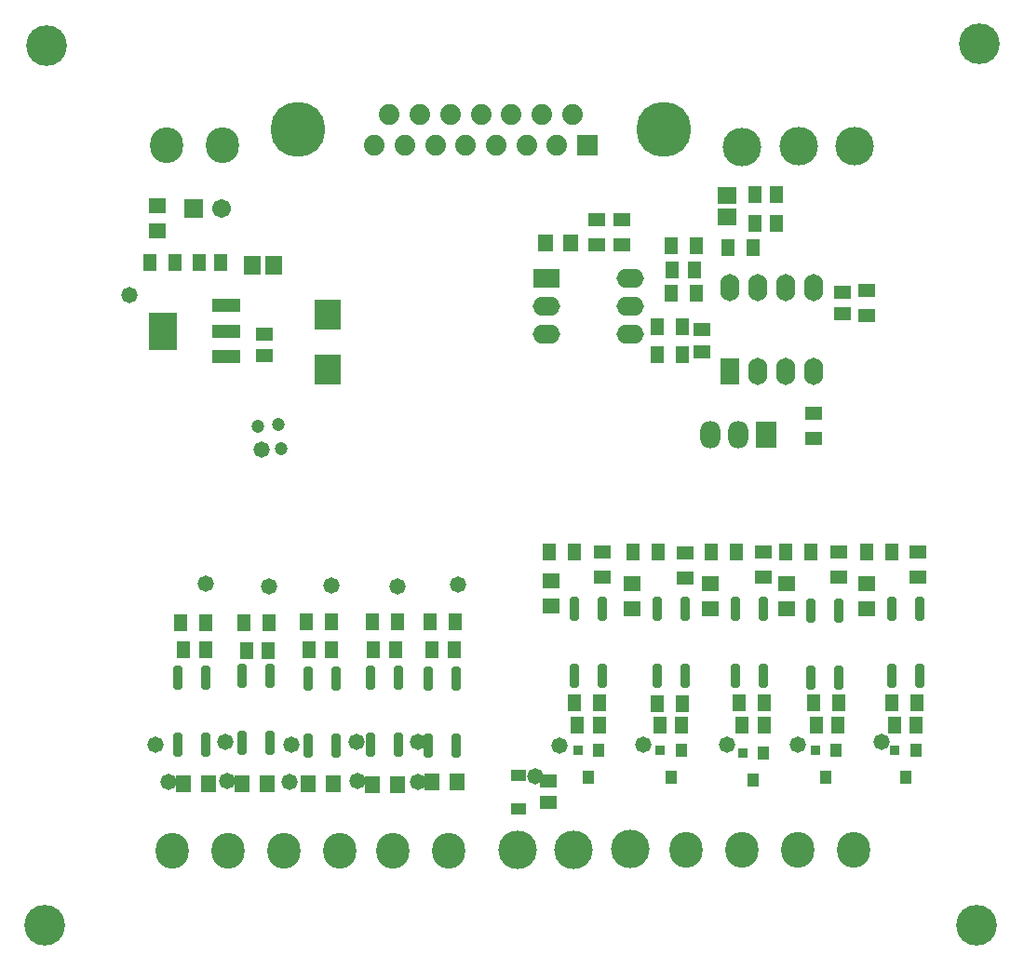
<source format=gts>
G04*
G04 #@! TF.GenerationSoftware,Altium Limited,Altium Designer,20.1.12 (249)*
G04*
G04 Layer_Color=8388736*
%FSTAX24Y24*%
%MOIN*%
G70*
G04*
G04 #@! TF.SameCoordinates,16AA3A95-E13F-4B7F-BF52-5902ACF92DE2*
G04*
G04*
G04 #@! TF.FilePolarity,Negative*
G04*
G01*
G75*
%ADD29R,0.0354X0.0374*%
G04:AMPARAMS|DCode=34|XSize=84mil|YSize=31.2mil|CornerRadius=6.9mil|HoleSize=0mil|Usage=FLASHONLY|Rotation=270.000|XOffset=0mil|YOffset=0mil|HoleType=Round|Shape=RoundedRectangle|*
%AMROUNDEDRECTD34*
21,1,0.0840,0.0174,0,0,270.0*
21,1,0.0702,0.0312,0,0,270.0*
1,1,0.0138,-0.0087,-0.0351*
1,1,0.0138,-0.0087,0.0351*
1,1,0.0138,0.0087,0.0351*
1,1,0.0138,0.0087,-0.0351*
%
%ADD34ROUNDEDRECTD34*%
%ADD35R,0.0630X0.0474*%
%ADD36R,0.0630X0.0580*%
%ADD37R,0.1025X0.1379*%
%ADD38R,0.1025X0.0474*%
%ADD39R,0.0474X0.0630*%
%ADD40R,0.0946X0.1104*%
%ADD41R,0.0630X0.0513*%
%ADD42R,0.0513X0.0630*%
%ADD43R,0.0671X0.0592*%
%ADD44R,0.0434X0.0454*%
%ADD45R,0.0552X0.0434*%
%ADD46R,0.0552X0.0434*%
%ADD47R,0.0580X0.0630*%
%ADD48R,0.0592X0.0671*%
%ADD49C,0.1970*%
%ADD50C,0.0745*%
%ADD51R,0.0745X0.0745*%
%ADD52O,0.1180X0.1280*%
%ADD53C,0.1380*%
%ADD54O,0.0730X0.0980*%
%ADD55R,0.0730X0.0980*%
%ADD56R,0.0680X0.0980*%
%ADD57O,0.0680X0.0980*%
%ADD58O,0.0980X0.0680*%
%ADD59R,0.0980X0.0680*%
%ADD60C,0.0671*%
%ADD61R,0.0671X0.0671*%
%ADD62C,0.1458*%
%ADD63C,0.0580*%
%ADD64C,0.0474*%
D29*
X036876Y024642D02*
D03*
X045276Y024642D02*
D03*
X039826Y024542D02*
D03*
X042426Y024642D02*
D03*
X033926D02*
D03*
D34*
X03775Y027303D02*
D03*
X03675D02*
D03*
Y029697D02*
D03*
X03775D02*
D03*
X04055Y027303D02*
D03*
X03955D02*
D03*
Y029697D02*
D03*
X04055D02*
D03*
X04325Y027253D02*
D03*
X04225D02*
D03*
Y029647D02*
D03*
X04325D02*
D03*
X04615Y027303D02*
D03*
X04515D02*
D03*
Y029697D02*
D03*
X04615D02*
D03*
X0348Y027303D02*
D03*
X0338D02*
D03*
X0338Y029697D02*
D03*
X0348Y029697D02*
D03*
X02855Y027197D02*
D03*
X02955D02*
D03*
Y024803D02*
D03*
X02855D02*
D03*
X0265Y027247D02*
D03*
X0275D02*
D03*
Y024853D02*
D03*
X0265D02*
D03*
X02425Y027197D02*
D03*
X02525D02*
D03*
Y024803D02*
D03*
X02425D02*
D03*
X0219Y027297D02*
D03*
X0229D02*
D03*
Y024903D02*
D03*
X0219D02*
D03*
X0196Y027247D02*
D03*
X0206D02*
D03*
Y024853D02*
D03*
X0196D02*
D03*
D35*
X0355Y04365D02*
D03*
Y04275D02*
D03*
X04425Y0402D02*
D03*
Y0411D02*
D03*
X04235Y0358D02*
D03*
Y0367D02*
D03*
X0348Y03175D02*
D03*
Y03085D02*
D03*
X0461Y03175D02*
D03*
Y03085D02*
D03*
X04325Y03175D02*
D03*
Y03085D02*
D03*
X03775Y0317D02*
D03*
Y0308D02*
D03*
X04055Y03175D02*
D03*
Y03085D02*
D03*
X0346Y04365D02*
D03*
Y04275D02*
D03*
D36*
X01885Y04325D02*
D03*
Y04415D02*
D03*
X04425Y0306D02*
D03*
Y0297D02*
D03*
X0414Y0306D02*
D03*
Y0297D02*
D03*
X03865Y0306D02*
D03*
Y0297D02*
D03*
X03585Y0306D02*
D03*
Y0297D02*
D03*
X03295Y0307D02*
D03*
Y0298D02*
D03*
D37*
X019058Y03965D02*
D03*
D38*
X021342Y040556D02*
D03*
X021342Y03965D02*
D03*
X021342Y038744D02*
D03*
D39*
X0195Y0421D02*
D03*
X0186D02*
D03*
X03675Y0398D02*
D03*
X03765D02*
D03*
X03675Y0388D02*
D03*
X03765D02*
D03*
X03815Y041D02*
D03*
X03725D02*
D03*
X0393Y04265D02*
D03*
X0402D02*
D03*
X03815Y0427D02*
D03*
X03725D02*
D03*
X04515Y02635D02*
D03*
X04605D02*
D03*
X0338D02*
D03*
X0347D02*
D03*
X03675Y0263D02*
D03*
X03765D02*
D03*
X04235Y02635D02*
D03*
X04325D02*
D03*
X0397D02*
D03*
X0406D02*
D03*
X0242Y02925D02*
D03*
X0251D02*
D03*
X0338Y03175D02*
D03*
X0329D02*
D03*
X0368D02*
D03*
X0359D02*
D03*
X0396D02*
D03*
X0387D02*
D03*
X04225D02*
D03*
X04135D02*
D03*
X04515D02*
D03*
X04425D02*
D03*
X0197Y0292D02*
D03*
X0206D02*
D03*
X02195D02*
D03*
X02285D02*
D03*
X02655Y02925D02*
D03*
X02745D02*
D03*
X028635D02*
D03*
X029535D02*
D03*
D40*
X02495Y038282D02*
D03*
Y04025D02*
D03*
D41*
X0434Y041044D02*
D03*
Y040256D02*
D03*
X03835Y038906D02*
D03*
Y039694D02*
D03*
X03285Y023544D02*
D03*
Y022756D02*
D03*
X0227Y039544D02*
D03*
Y038756D02*
D03*
D42*
X037306Y04185D02*
D03*
X038094D02*
D03*
X041044Y0435D02*
D03*
X040256D02*
D03*
X041044Y04455D02*
D03*
X040256D02*
D03*
X046044Y02555D02*
D03*
X045256D02*
D03*
X034694D02*
D03*
X033906D02*
D03*
X037644D02*
D03*
X036856D02*
D03*
X043237D02*
D03*
X04245D02*
D03*
X040594D02*
D03*
X039806D02*
D03*
X0198Y02825D02*
D03*
X020587D02*
D03*
X022056Y0282D02*
D03*
X022844D02*
D03*
X024306Y02825D02*
D03*
X025094D02*
D03*
X026606D02*
D03*
X027394D02*
D03*
X028706D02*
D03*
X029494D02*
D03*
X021144Y0421D02*
D03*
X020356D02*
D03*
D43*
X03925Y04375D02*
D03*
Y044498D02*
D03*
D44*
X037624Y024642D02*
D03*
X03725Y023658D02*
D03*
X046024Y024642D02*
D03*
X04565Y023658D02*
D03*
X040574Y024542D02*
D03*
X0402Y023558D02*
D03*
X043174Y024642D02*
D03*
X0428Y023658D02*
D03*
X034674Y024642D02*
D03*
X0343Y023658D02*
D03*
D45*
X0318Y02375D02*
D03*
D46*
Y02255D02*
D03*
D47*
X03365Y0428D02*
D03*
X03275D02*
D03*
X02871Y02351D02*
D03*
X02961D02*
D03*
X02655Y0234D02*
D03*
X02745D02*
D03*
X02425Y02345D02*
D03*
X02515D02*
D03*
X0219D02*
D03*
X0228D02*
D03*
X0198D02*
D03*
X0207D02*
D03*
D48*
X022276Y042D02*
D03*
X023024D02*
D03*
D49*
X037009Y04686D02*
D03*
X023891D02*
D03*
D50*
X033722Y047419D02*
D03*
X033176Y046301D02*
D03*
X032631Y047419D02*
D03*
X032086Y046301D02*
D03*
X031541Y047419D02*
D03*
X030995Y046301D02*
D03*
X03045Y047419D02*
D03*
X029905Y046301D02*
D03*
X029359Y047419D02*
D03*
X028814Y046301D02*
D03*
X028269Y047419D02*
D03*
X027724Y046301D02*
D03*
X027178Y047419D02*
D03*
X026638Y046299D02*
D03*
D51*
X034267Y046301D02*
D03*
D52*
X029299Y02105D02*
D03*
X019399D02*
D03*
X025403Y021054D02*
D03*
X0234Y021051D02*
D03*
X021399Y02105D02*
D03*
X027293Y021054D02*
D03*
X0192Y0463D02*
D03*
X0212D02*
D03*
X0378Y021077D02*
D03*
X043804Y021081D02*
D03*
X041801Y021078D02*
D03*
X0398Y021077D02*
D03*
D53*
X041826Y046276D02*
D03*
X043826D02*
D03*
X0398Y04625D02*
D03*
X033774Y021074D02*
D03*
X031774D02*
D03*
X0358Y0211D02*
D03*
D54*
X03865Y03595D02*
D03*
X03965D02*
D03*
D55*
X04065D02*
D03*
D56*
X03935Y0382D02*
D03*
D57*
X04035D02*
D03*
X04135D02*
D03*
X04235D02*
D03*
X03935Y0412D02*
D03*
X04035D02*
D03*
X04135D02*
D03*
X04235D02*
D03*
D58*
X0358Y04055D02*
D03*
Y04155D02*
D03*
Y03955D02*
D03*
X0328D02*
D03*
Y04055D02*
D03*
D59*
Y04155D02*
D03*
D60*
X02115Y04405D02*
D03*
D61*
X02015D02*
D03*
D62*
X014881Y04986D02*
D03*
X014831Y01836D02*
D03*
X048181D02*
D03*
X0483Y04995D02*
D03*
D63*
X01785Y04095D02*
D03*
X0226Y0354D02*
D03*
X01925Y0235D02*
D03*
X02602Y02353D02*
D03*
X0282Y02495D02*
D03*
X02365Y02485D02*
D03*
X0213Y02495D02*
D03*
X0236Y0235D02*
D03*
X02819D02*
D03*
X02135Y02355D02*
D03*
X026Y02495D02*
D03*
X0188Y02485D02*
D03*
X03625D02*
D03*
X03325Y0248D02*
D03*
X0418Y02485D02*
D03*
X03925D02*
D03*
X0448Y02495D02*
D03*
X0324Y0237D02*
D03*
X02745Y0305D02*
D03*
X0206Y0306D02*
D03*
X02285Y0305D02*
D03*
X0251Y03055D02*
D03*
X029621Y030579D02*
D03*
D64*
X02245Y03625D02*
D03*
X0233Y03545D02*
D03*
X0232Y0363D02*
D03*
M02*

</source>
